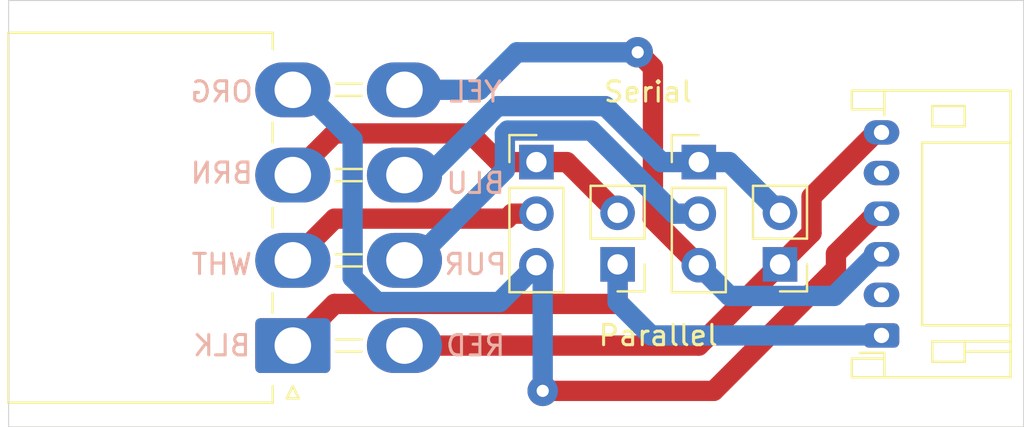
<source format=kicad_pcb>
(kicad_pcb (version 20190605) (host pcbnew "(5.1.0-1558-g0ba0c1724)")

  (general
    (thickness 1.6)
    (drawings 14)
    (tracks 65)
    (modules 6)
    (nets 9)
  )

  (page "A4")
  (layers
    (0 "F.Cu" signal)
    (31 "B.Cu" signal)
    (32 "B.Adhes" user)
    (33 "F.Adhes" user)
    (34 "B.Paste" user)
    (35 "F.Paste" user)
    (36 "B.SilkS" user)
    (37 "F.SilkS" user)
    (38 "B.Mask" user)
    (39 "F.Mask" user)
    (40 "Dwgs.User" user)
    (41 "Cmts.User" user)
    (42 "Eco1.User" user)
    (43 "Eco2.User" user)
    (44 "Edge.Cuts" user)
    (45 "Margin" user)
    (46 "B.CrtYd" user)
    (47 "F.CrtYd" user)
    (48 "B.Fab" user hide)
    (49 "F.Fab" user hide)
  )

  (setup
    (last_trace_width 1)
    (trace_clearance 0.2032)
    (zone_clearance 0.508)
    (zone_45_only no)
    (trace_min 0.1524)
    (via_size 1.5)
    (via_drill 0.6)
    (via_min_size 0.8)
    (via_min_drill 0.4)
    (uvia_size 0.3)
    (uvia_drill 0.1)
    (uvias_allowed no)
    (uvia_min_size 0.2)
    (uvia_min_drill 0.1)
    (max_error 0.005)
    (defaults
      (edge_clearance 0.01)
      (edge_cuts_line_width 0.05)
      (courtyard_line_width 0.05)
      (copper_line_width 0.2)
      (copper_text_dims (size 1.5 1.5) (thickness 0.3) keep_upright)
      (silk_line_width 0.12)
      (silk_text_dims (size 1 1) (thickness 0.15) keep_upright)
      (other_layers_line_width 0.1)
      (other_layers_text_dims (size 1 1) (thickness 0.15) keep_upright)
    )
    (pad_size 1.524 1.524)
    (pad_drill 0.762)
    (pad_to_mask_clearance 0.051)
    (solder_mask_min_width 0.25)
    (aux_axis_origin 0 0)
    (visible_elements FFFFFF7F)
    (pcbplotparams
      (layerselection 0x010fc_ffffffff)
      (usegerberextensions false)
      (usegerberattributes false)
      (usegerberadvancedattributes false)
      (creategerberjobfile false)
      (excludeedgelayer true)
      (linewidth 0.100000)
      (plotframeref false)
      (viasonmask false)
      (mode 1)
      (useauxorigin false)
      (hpglpennumber 1)
      (hpglpenspeed 20)
      (hpglpendiameter 15.000000)
      (psnegative false)
      (psa4output false)
      (plotreference true)
      (plotvalue true)
      (plotinvisibletext false)
      (padsonsilk false)
      (subtractmaskfromsilk false)
      (outputformat 1)
      (mirror false)
      (drillshape 1)
      (scaleselection 1)
      (outputdirectory ""))
  )

  (net 0 "")
  (net 1 "/RED")
  (net 2 "/ORG")
  (net 3 "/YEL")
  (net 4 "/BLK")
  (net 5 "/PUR")
  (net 6 "/BRN")
  (net 7 "/WHT")
  (net 8 "/BLU")

  (net_class "Default" "This is the default net class."
    (clearance 0.2032)
    (trace_width 1)
    (via_dia 1.5)
    (via_drill 0.6)
    (uvia_dia 0.3)
    (uvia_drill 0.1)
    (add_net "/BLK")
    (add_net "/BLU")
    (add_net "/BRN")
    (add_net "/ORG")
    (add_net "/PUR")
    (add_net "/RED")
    (add_net "/WHT")
    (add_net "/YEL")
  )

  (module "Connector_PinHeader_2.54mm:PinHeader_1x02_P2.54mm_Vertical" (layer "F.Cu") (tedit 59FED5CC) (tstamp 5DE48442)
    (at 210.5 122 180)
    (descr "Through hole straight pin header, 1x02, 2.54mm pitch, single row")
    (tags "Through hole pin header THT 1x02 2.54mm single row")
    (path "/5DE43656")
    (fp_text reference "JP4" (at 0 -2.33) (layer "F.SilkS") hide
      (effects (font (size 1 1) (thickness 0.15)))
    )
    (fp_text value "W2b" (at 0 4.87) (layer "F.Fab")
      (effects (font (size 1 1) (thickness 0.15)))
    )
    (fp_text user "%R" (at 0 1.27 90) (layer "F.Fab")
      (effects (font (size 1 1) (thickness 0.15)))
    )
    (fp_line (start 1.8 -1.8) (end -1.8 -1.8) (layer "F.CrtYd") (width 0.05))
    (fp_line (start 1.8 4.35) (end 1.8 -1.8) (layer "F.CrtYd") (width 0.05))
    (fp_line (start -1.8 4.35) (end 1.8 4.35) (layer "F.CrtYd") (width 0.05))
    (fp_line (start -1.8 -1.8) (end -1.8 4.35) (layer "F.CrtYd") (width 0.05))
    (fp_line (start -1.33 -1.33) (end 0 -1.33) (layer "F.SilkS") (width 0.12))
    (fp_line (start -1.33 0) (end -1.33 -1.33) (layer "F.SilkS") (width 0.12))
    (fp_line (start -1.33 1.27) (end 1.33 1.27) (layer "F.SilkS") (width 0.12))
    (fp_line (start 1.33 1.27) (end 1.33 3.87) (layer "F.SilkS") (width 0.12))
    (fp_line (start -1.33 1.27) (end -1.33 3.87) (layer "F.SilkS") (width 0.12))
    (fp_line (start -1.33 3.87) (end 1.33 3.87) (layer "F.SilkS") (width 0.12))
    (fp_line (start -1.27 -0.635) (end -0.635 -1.27) (layer "F.Fab") (width 0.1))
    (fp_line (start -1.27 3.81) (end -1.27 -0.635) (layer "F.Fab") (width 0.1))
    (fp_line (start 1.27 3.81) (end -1.27 3.81) (layer "F.Fab") (width 0.1))
    (fp_line (start 1.27 -1.27) (end 1.27 3.81) (layer "F.Fab") (width 0.1))
    (fp_line (start -0.635 -1.27) (end 1.27 -1.27) (layer "F.Fab") (width 0.1))
    (pad "2" thru_hole oval (at 0 2.54 180) (size 1.7 1.7) (drill 1) (layers *.Cu *.Mask)
      (net 8 "/BLU"))
    (pad "1" thru_hole rect (at 0 0 180) (size 1.7 1.7) (drill 1) (layers *.Cu *.Mask)
      (net 1 "/RED"))
    (model "${KISYS3DMOD}/Connector_PinHeader_2.54mm.3dshapes/PinHeader_1x02_P2.54mm_Vertical.wrl"
      (at (xyz 0 0 0))
      (scale (xyz 1 1 1))
      (rotate (xyz 0 0 0))
    )
  )

  (module "Connector_PinHeader_2.54mm:PinHeader_1x02_P2.54mm_Vertical" (layer "F.Cu") (tedit 59FED5CC) (tstamp 5DE4842B)
    (at 202.5 122 180)
    (descr "Through hole straight pin header, 1x02, 2.54mm pitch, single row")
    (tags "Through hole pin header THT 1x02 2.54mm single row")
    (path "/5DE49B0C")
    (fp_text reference "JP3" (at 0 -2.33) (layer "F.SilkS") hide
      (effects (font (size 1 1) (thickness 0.15)))
    )
    (fp_text value "W1b" (at 0 4.87) (layer "F.Fab")
      (effects (font (size 1 1) (thickness 0.15)))
    )
    (fp_text user "%R" (at 0 1.27 90) (layer "F.Fab")
      (effects (font (size 1 1) (thickness 0.15)))
    )
    (fp_line (start 1.8 -1.8) (end -1.8 -1.8) (layer "F.CrtYd") (width 0.05))
    (fp_line (start 1.8 4.35) (end 1.8 -1.8) (layer "F.CrtYd") (width 0.05))
    (fp_line (start -1.8 4.35) (end 1.8 4.35) (layer "F.CrtYd") (width 0.05))
    (fp_line (start -1.8 -1.8) (end -1.8 4.35) (layer "F.CrtYd") (width 0.05))
    (fp_line (start -1.33 -1.33) (end 0 -1.33) (layer "F.SilkS") (width 0.12))
    (fp_line (start -1.33 0) (end -1.33 -1.33) (layer "F.SilkS") (width 0.12))
    (fp_line (start -1.33 1.27) (end 1.33 1.27) (layer "F.SilkS") (width 0.12))
    (fp_line (start 1.33 1.27) (end 1.33 3.87) (layer "F.SilkS") (width 0.12))
    (fp_line (start -1.33 1.27) (end -1.33 3.87) (layer "F.SilkS") (width 0.12))
    (fp_line (start -1.33 3.87) (end 1.33 3.87) (layer "F.SilkS") (width 0.12))
    (fp_line (start -1.27 -0.635) (end -0.635 -1.27) (layer "F.Fab") (width 0.1))
    (fp_line (start -1.27 3.81) (end -1.27 -0.635) (layer "F.Fab") (width 0.1))
    (fp_line (start 1.27 3.81) (end -1.27 3.81) (layer "F.Fab") (width 0.1))
    (fp_line (start 1.27 -1.27) (end 1.27 3.81) (layer "F.Fab") (width 0.1))
    (fp_line (start -0.635 -1.27) (end 1.27 -1.27) (layer "F.Fab") (width 0.1))
    (pad "2" thru_hole oval (at 0 2.54 180) (size 1.7 1.7) (drill 1) (layers *.Cu *.Mask)
      (net 6 "/BRN"))
    (pad "1" thru_hole rect (at 0 0 180) (size 1.7 1.7) (drill 1) (layers *.Cu *.Mask)
      (net 4 "/BLK"))
    (model "${KISYS3DMOD}/Connector_PinHeader_2.54mm.3dshapes/PinHeader_1x02_P2.54mm_Vertical.wrl"
      (at (xyz 0 0 0))
      (scale (xyz 1 1 1))
      (rotate (xyz 0 0 0))
    )
  )

  (module "Connector_Molex:Molex_Mini-Fit_Jr_5569-08A2_2x04_P4.20mm_Horizontal" (layer "F.Cu") (tedit 5B7818E8) (tstamp 5DE483E6)
    (at 186.5 126 90)
    (descr "Molex Mini-Fit Jr. Power Connectors, old mpn/engineering number: 5569-08A2, example for new mpn: 39-30-0080, 4 Pins per row, Mounting: Snap-in Plastic Peg PCB Lock (http://www.molex.com/pdm_docs/sd/039300020_sd.pdf), generated with kicad-footprint-generator")
    (tags "connector Molex Mini-Fit_Jr top entryplastic_peg")
    (path "/5DE43193")
    (fp_text reference "J2" (at 6.3 -15.1 90) (layer "F.SilkS") hide
      (effects (font (size 1 1) (thickness 0.15)))
    )
    (fp_text value "In" (at 6.3 8.55 90) (layer "F.Fab")
      (effects (font (size 1 1) (thickness 0.15)))
    )
    (fp_text user "%R" (at 6.3 -13.2 90) (layer "F.Fab")
      (effects (font (size 1 1) (thickness 0.15)))
    )
    (fp_line (start 15.8 -14.4) (end -3.2 -14.4) (layer "F.CrtYd") (width 0.05))
    (fp_line (start 15.8 7.85) (end 15.8 -14.4) (layer "F.CrtYd") (width 0.05))
    (fp_line (start -3.2 7.85) (end 15.8 7.85) (layer "F.CrtYd") (width 0.05))
    (fp_line (start -3.2 -14.4) (end -3.2 7.85) (layer "F.CrtYd") (width 0.05))
    (fp_line (start 0 -2.514214) (end 1 -1.1) (layer "F.Fab") (width 0.1))
    (fp_line (start -1 -1.1) (end 0 -2.514214) (layer "F.Fab") (width 0.1))
    (fp_line (start -2.6 -0.3) (end -2 0) (layer "F.SilkS") (width 0.12))
    (fp_line (start -2.6 0.3) (end -2.6 -0.3) (layer "F.SilkS") (width 0.12))
    (fp_line (start -2 0) (end -2.6 0.3) (layer "F.SilkS") (width 0.12))
    (fp_line (start 10.01 -1) (end 10.99 -1) (layer "F.SilkS") (width 0.12))
    (fp_line (start 5.81 -1) (end 6.79 -1) (layer "F.SilkS") (width 0.12))
    (fp_line (start 1.61 -1) (end 2.59 -1) (layer "F.SilkS") (width 0.12))
    (fp_line (start 12.9 2.11) (end 12.9 3.39) (layer "F.SilkS") (width 0.12))
    (fp_line (start 12.3 2.11) (end 12.3 3.39) (layer "F.SilkS") (width 0.12))
    (fp_line (start 8.7 2.11) (end 8.7 3.39) (layer "F.SilkS") (width 0.12))
    (fp_line (start 8.1 2.11) (end 8.1 3.39) (layer "F.SilkS") (width 0.12))
    (fp_line (start 4.5 2.11) (end 4.5 3.39) (layer "F.SilkS") (width 0.12))
    (fp_line (start 3.9 2.11) (end 3.9 3.39) (layer "F.SilkS") (width 0.12))
    (fp_line (start 0.3 2.11) (end 0.3 3.39) (layer "F.SilkS") (width 0.12))
    (fp_line (start -0.3 2.11) (end -0.3 3.39) (layer "F.SilkS") (width 0.12))
    (fp_line (start 15.41 -14.01) (end 6.3 -14.01) (layer "F.SilkS") (width 0.12))
    (fp_line (start 15.41 -0.99) (end 15.41 -14.01) (layer "F.SilkS") (width 0.12))
    (fp_line (start 14.6 -0.99) (end 15.41 -0.99) (layer "F.SilkS") (width 0.12))
    (fp_line (start -2.81 -14.01) (end 6.3 -14.01) (layer "F.SilkS") (width 0.12))
    (fp_line (start -2.81 -0.99) (end -2.81 -14.01) (layer "F.SilkS") (width 0.12))
    (fp_line (start -2 -0.99) (end -2.81 -0.99) (layer "F.SilkS") (width 0.12))
    (fp_line (start 15.3 -13.9) (end -2.7 -13.9) (layer "F.Fab") (width 0.1))
    (fp_line (start 15.3 -1.1) (end 15.3 -13.9) (layer "F.Fab") (width 0.1))
    (fp_line (start -2.7 -1.1) (end 15.3 -1.1) (layer "F.Fab") (width 0.1))
    (fp_line (start -2.7 -13.9) (end -2.7 -1.1) (layer "F.Fab") (width 0.1))
    (pad "" np_thru_hole circle (at 12.6 -7.3 90) (size 3 3) (drill 3) (layers *.Cu *.Mask))
    (pad "" np_thru_hole circle (at 0 -7.3 90) (size 3 3) (drill 3) (layers *.Cu *.Mask))
    (pad "8" thru_hole oval (at 12.6 5.5 90) (size 2.7 3.7) (drill 1.8) (layers *.Cu *.Mask)
      (net 3 "/YEL"))
    (pad "7" thru_hole oval (at 8.4 5.5 90) (size 2.7 3.7) (drill 1.8) (layers *.Cu *.Mask)
      (net 8 "/BLU"))
    (pad "6" thru_hole oval (at 4.2 5.5 90) (size 2.7 3.7) (drill 1.8) (layers *.Cu *.Mask)
      (net 5 "/PUR"))
    (pad "5" thru_hole oval (at 0 5.5 90) (size 2.7 3.7) (drill 1.8) (layers *.Cu *.Mask)
      (net 1 "/RED"))
    (pad "4" thru_hole oval (at 12.6 0 90) (size 2.7 3.7) (drill 1.8) (layers *.Cu *.Mask)
      (net 2 "/ORG"))
    (pad "3" thru_hole oval (at 8.4 0 90) (size 2.7 3.7) (drill 1.8) (layers *.Cu *.Mask)
      (net 6 "/BRN"))
    (pad "2" thru_hole oval (at 4.2 0 90) (size 2.7 3.7) (drill 1.8) (layers *.Cu *.Mask)
      (net 7 "/WHT"))
    (pad "1" thru_hole roundrect (at 0 0 90) (size 2.7 3.7) (drill 1.8) (layers *.Cu *.Mask) (roundrect_rratio 0.09259299999999999)
      (net 4 "/BLK"))
    (model "${KISYS3DMOD}/Connector_Molex.3dshapes/Molex_Mini-Fit_Jr_5569-08A2_2x04_P4.20mm_Horizontal.wrl"
      (at (xyz 0 0 0))
      (scale (xyz 1 1 1))
      (rotate (xyz 0 0 0))
    )
    (model "${KIPRJMOD}/packages3d/Molex2x4.step"
      (offset (xyz 6.25 13.75 0))
      (scale (xyz 1 1 1))
      (rotate (xyz -90 0 180))
    )
  )

  (module "Connector_JST:JST_PH_S6B-PH-K_1x06_P2.00mm_Horizontal" (layer "F.Cu") (tedit 5B7745C6) (tstamp 5DE483B3)
    (at 215.5 125.5 90)
    (descr "JST PH series connector, S6B-PH-K (http://www.jst-mfg.com/product/pdf/eng/ePH.pdf), generated with kicad-footprint-generator")
    (tags "connector JST PH top entry")
    (path "/5DE45C2C")
    (fp_text reference "J1" (at 5 -2.55 90) (layer "F.SilkS") hide
      (effects (font (size 1 1) (thickness 0.15)))
    )
    (fp_text value "Out" (at 5 7.45 90) (layer "F.Fab")
      (effects (font (size 1 1) (thickness 0.15)))
    )
    (fp_line (start -0.86 0.14) (end -1.14 0.14) (layer "F.SilkS") (width 0.12))
    (fp_line (start -1.14 0.14) (end -1.14 -1.46) (layer "F.SilkS") (width 0.12))
    (fp_line (start -1.14 -1.46) (end -2.06 -1.46) (layer "F.SilkS") (width 0.12))
    (fp_line (start -2.06 -1.46) (end -2.06 6.36) (layer "F.SilkS") (width 0.12))
    (fp_line (start -2.06 6.36) (end 12.06 6.36) (layer "F.SilkS") (width 0.12))
    (fp_line (start 12.06 6.36) (end 12.06 -1.46) (layer "F.SilkS") (width 0.12))
    (fp_line (start 12.06 -1.46) (end 11.14 -1.46) (layer "F.SilkS") (width 0.12))
    (fp_line (start 11.14 -1.46) (end 11.14 0.14) (layer "F.SilkS") (width 0.12))
    (fp_line (start 11.14 0.14) (end 10.86 0.14) (layer "F.SilkS") (width 0.12))
    (fp_line (start 0.5 6.36) (end 0.5 2) (layer "F.SilkS") (width 0.12))
    (fp_line (start 0.5 2) (end 9.5 2) (layer "F.SilkS") (width 0.12))
    (fp_line (start 9.5 2) (end 9.5 6.36) (layer "F.SilkS") (width 0.12))
    (fp_line (start -2.06 0.14) (end -1.14 0.14) (layer "F.SilkS") (width 0.12))
    (fp_line (start 12.06 0.14) (end 11.14 0.14) (layer "F.SilkS") (width 0.12))
    (fp_line (start -1.3 2.5) (end -1.3 4.1) (layer "F.SilkS") (width 0.12))
    (fp_line (start -1.3 4.1) (end -0.3 4.1) (layer "F.SilkS") (width 0.12))
    (fp_line (start -0.3 4.1) (end -0.3 2.5) (layer "F.SilkS") (width 0.12))
    (fp_line (start -0.3 2.5) (end -1.3 2.5) (layer "F.SilkS") (width 0.12))
    (fp_line (start 11.3 2.5) (end 11.3 4.1) (layer "F.SilkS") (width 0.12))
    (fp_line (start 11.3 4.1) (end 10.3 4.1) (layer "F.SilkS") (width 0.12))
    (fp_line (start 10.3 4.1) (end 10.3 2.5) (layer "F.SilkS") (width 0.12))
    (fp_line (start 10.3 2.5) (end 11.3 2.5) (layer "F.SilkS") (width 0.12))
    (fp_line (start -0.3 4.1) (end -0.3 6.36) (layer "F.SilkS") (width 0.12))
    (fp_line (start -0.8 4.1) (end -0.8 6.36) (layer "F.SilkS") (width 0.12))
    (fp_line (start -2.45 -1.85) (end -2.45 6.75) (layer "F.CrtYd") (width 0.05))
    (fp_line (start -2.45 6.75) (end 12.45 6.75) (layer "F.CrtYd") (width 0.05))
    (fp_line (start 12.45 6.75) (end 12.45 -1.85) (layer "F.CrtYd") (width 0.05))
    (fp_line (start 12.45 -1.85) (end -2.45 -1.85) (layer "F.CrtYd") (width 0.05))
    (fp_line (start -1.25 0.25) (end -1.25 -1.35) (layer "F.Fab") (width 0.1))
    (fp_line (start -1.25 -1.35) (end -1.95 -1.35) (layer "F.Fab") (width 0.1))
    (fp_line (start -1.95 -1.35) (end -1.95 6.25) (layer "F.Fab") (width 0.1))
    (fp_line (start -1.95 6.25) (end 11.95 6.25) (layer "F.Fab") (width 0.1))
    (fp_line (start 11.95 6.25) (end 11.95 -1.35) (layer "F.Fab") (width 0.1))
    (fp_line (start 11.95 -1.35) (end 11.25 -1.35) (layer "F.Fab") (width 0.1))
    (fp_line (start 11.25 -1.35) (end 11.25 0.25) (layer "F.Fab") (width 0.1))
    (fp_line (start 11.25 0.25) (end -1.25 0.25) (layer "F.Fab") (width 0.1))
    (fp_line (start -0.86 0.14) (end -0.86 -1.075) (layer "F.SilkS") (width 0.12))
    (fp_line (start 0 0.875) (end -0.5 1.375) (layer "F.Fab") (width 0.1))
    (fp_line (start -0.5 1.375) (end 0.5 1.375) (layer "F.Fab") (width 0.1))
    (fp_line (start 0.5 1.375) (end 0 0.875) (layer "F.Fab") (width 0.1))
    (fp_text user "%R" (at 5 2.5 90) (layer "F.Fab")
      (effects (font (size 1 1) (thickness 0.15)))
    )
    (pad "6" thru_hole oval (at 10 0 90) (size 1.2 1.75) (drill 0.75) (layers *.Cu *.Mask)
      (net 1 "/RED"))
    (pad "5" thru_hole oval (at 8 0 90) (size 1.2 1.75) (drill 0.75) (layers *.Cu *.Mask))
    (pad "4" thru_hole oval (at 6 0 90) (size 1.2 1.75) (drill 0.75) (layers *.Cu *.Mask)
      (net 2 "/ORG"))
    (pad "3" thru_hole oval (at 4 0 90) (size 1.2 1.75) (drill 0.75) (layers *.Cu *.Mask)
      (net 3 "/YEL"))
    (pad "2" thru_hole oval (at 2 0 90) (size 1.2 1.75) (drill 0.75) (layers *.Cu *.Mask))
    (pad "1" thru_hole roundrect (at 0 0 90) (size 1.2 1.75) (drill 0.75) (layers *.Cu *.Mask) (roundrect_rratio 0.208333)
      (net 4 "/BLK"))
    (model "${KISYS3DMOD}/Connector_JST.3dshapes/JST_PH_S6B-PH-K_1x06_P2.00mm_Horizontal.wrl"
      (at (xyz 0 0 0))
      (scale (xyz 1 1 1))
      (rotate (xyz 0 0 0))
    )
  )

  (module "Connector_PinHeader_2.54mm:PinHeader_1x03_P2.54mm_Vertical" (layer "F.Cu") (tedit 59FED5CC) (tstamp 5DE48414)
    (at 206.5 116.96)
    (descr "Through hole straight pin header, 1x03, 2.54mm pitch, single row")
    (tags "Through hole pin header THT 1x03 2.54mm single row")
    (path "/5DE43657")
    (fp_text reference "JP2" (at 0 -2.33) (layer "F.SilkS") hide
      (effects (font (size 1 1) (thickness 0.15)))
    )
    (fp_text value "W2a" (at 0 7.41) (layer "F.Fab")
      (effects (font (size 1 1) (thickness 0.15)))
    )
    (fp_text user "%R" (at 0 2.54 90) (layer "F.Fab")
      (effects (font (size 1 1) (thickness 0.15)))
    )
    (fp_line (start 1.8 -1.8) (end -1.8 -1.8) (layer "F.CrtYd") (width 0.05))
    (fp_line (start 1.8 6.85) (end 1.8 -1.8) (layer "F.CrtYd") (width 0.05))
    (fp_line (start -1.8 6.85) (end 1.8 6.85) (layer "F.CrtYd") (width 0.05))
    (fp_line (start -1.8 -1.8) (end -1.8 6.85) (layer "F.CrtYd") (width 0.05))
    (fp_line (start -1.33 -1.33) (end 0 -1.33) (layer "F.SilkS") (width 0.12))
    (fp_line (start -1.33 0) (end -1.33 -1.33) (layer "F.SilkS") (width 0.12))
    (fp_line (start -1.33 1.27) (end 1.33 1.27) (layer "F.SilkS") (width 0.12))
    (fp_line (start 1.33 1.27) (end 1.33 6.41) (layer "F.SilkS") (width 0.12))
    (fp_line (start -1.33 1.27) (end -1.33 6.41) (layer "F.SilkS") (width 0.12))
    (fp_line (start -1.33 6.41) (end 1.33 6.41) (layer "F.SilkS") (width 0.12))
    (fp_line (start -1.27 -0.635) (end -0.635 -1.27) (layer "F.Fab") (width 0.1))
    (fp_line (start -1.27 6.35) (end -1.27 -0.635) (layer "F.Fab") (width 0.1))
    (fp_line (start 1.27 6.35) (end -1.27 6.35) (layer "F.Fab") (width 0.1))
    (fp_line (start 1.27 -1.27) (end 1.27 6.35) (layer "F.Fab") (width 0.1))
    (fp_line (start -0.635 -1.27) (end 1.27 -1.27) (layer "F.Fab") (width 0.1))
    (pad "3" thru_hole oval (at 0 5.08) (size 1.7 1.7) (drill 1) (layers *.Cu *.Mask)
      (net 3 "/YEL"))
    (pad "2" thru_hole oval (at 0 2.54) (size 1.7 1.7) (drill 1) (layers *.Cu *.Mask)
      (net 5 "/PUR"))
    (pad "1" thru_hole rect (at 0 0) (size 1.7 1.7) (drill 1) (layers *.Cu *.Mask)
      (net 8 "/BLU"))
    (model "${KISYS3DMOD}/Connector_PinHeader_2.54mm.3dshapes/PinHeader_1x03_P2.54mm_Vertical.wrl"
      (at (xyz 0 0 0))
      (scale (xyz 1 1 1))
      (rotate (xyz 0 0 0))
    )
  )

  (module "Connector_PinHeader_2.54mm:PinHeader_1x03_P2.54mm_Vertical" (layer "F.Cu") (tedit 59FED5CC) (tstamp 5DE483FD)
    (at 198.5 116.96)
    (descr "Through hole straight pin header, 1x03, 2.54mm pitch, single row")
    (tags "Through hole pin header THT 1x03 2.54mm single row")
    (path "/5DE486A6")
    (fp_text reference "JP1" (at 0 -2.33) (layer "F.SilkS") hide
      (effects (font (size 1 1) (thickness 0.15)))
    )
    (fp_text value "W1a" (at 0 7.41) (layer "F.Fab")
      (effects (font (size 1 1) (thickness 0.15)))
    )
    (fp_text user "%R" (at 0 2.54 90) (layer "F.Fab")
      (effects (font (size 1 1) (thickness 0.15)))
    )
    (fp_line (start 1.8 -1.8) (end -1.8 -1.8) (layer "F.CrtYd") (width 0.05))
    (fp_line (start 1.8 6.85) (end 1.8 -1.8) (layer "F.CrtYd") (width 0.05))
    (fp_line (start -1.8 6.85) (end 1.8 6.85) (layer "F.CrtYd") (width 0.05))
    (fp_line (start -1.8 -1.8) (end -1.8 6.85) (layer "F.CrtYd") (width 0.05))
    (fp_line (start -1.33 -1.33) (end 0 -1.33) (layer "F.SilkS") (width 0.12))
    (fp_line (start -1.33 0) (end -1.33 -1.33) (layer "F.SilkS") (width 0.12))
    (fp_line (start -1.33 1.27) (end 1.33 1.27) (layer "F.SilkS") (width 0.12))
    (fp_line (start 1.33 1.27) (end 1.33 6.41) (layer "F.SilkS") (width 0.12))
    (fp_line (start -1.33 1.27) (end -1.33 6.41) (layer "F.SilkS") (width 0.12))
    (fp_line (start -1.33 6.41) (end 1.33 6.41) (layer "F.SilkS") (width 0.12))
    (fp_line (start -1.27 -0.635) (end -0.635 -1.27) (layer "F.Fab") (width 0.1))
    (fp_line (start -1.27 6.35) (end -1.27 -0.635) (layer "F.Fab") (width 0.1))
    (fp_line (start 1.27 6.35) (end -1.27 6.35) (layer "F.Fab") (width 0.1))
    (fp_line (start 1.27 -1.27) (end 1.27 6.35) (layer "F.Fab") (width 0.1))
    (fp_line (start -0.635 -1.27) (end 1.27 -1.27) (layer "F.Fab") (width 0.1))
    (pad "3" thru_hole oval (at 0 5.08) (size 1.7 1.7) (drill 1) (layers *.Cu *.Mask)
      (net 2 "/ORG"))
    (pad "2" thru_hole oval (at 0 2.54) (size 1.7 1.7) (drill 1) (layers *.Cu *.Mask)
      (net 7 "/WHT"))
    (pad "1" thru_hole rect (at 0 0) (size 1.7 1.7) (drill 1) (layers *.Cu *.Mask)
      (net 6 "/BRN"))
    (model "${KISYS3DMOD}/Connector_PinHeader_2.54mm.3dshapes/PinHeader_1x03_P2.54mm_Vertical.wrl"
      (at (xyz 0 0 0))
      (scale (xyz 1 1 1))
      (rotate (xyz 0 0 0))
    )
  )

  (gr_text "BLK" (at 183 126) (layer "B.SilkS")
    (effects (font (size 1 1) (thickness 0.15)) (justify mirror))
  )
  (gr_text "WHT" (at 183 122) (layer "B.SilkS")
    (effects (font (size 1 1) (thickness 0.15)) (justify mirror))
  )
  (gr_text "BRN" (at 183 117.5) (layer "B.SilkS")
    (effects (font (size 1 1) (thickness 0.15)) (justify mirror))
  )
  (gr_text "ORG" (at 183 113.5) (layer "B.SilkS")
    (effects (font (size 1 1) (thickness 0.15)) (justify mirror))
  )
  (gr_text "RED" (at 195.5 126) (layer "B.SilkS")
    (effects (font (size 1 1) (thickness 0.15)) (justify mirror))
  )
  (gr_text "PUR" (at 195.5 122) (layer "B.SilkS")
    (effects (font (size 1 1) (thickness 0.15)) (justify mirror))
  )
  (gr_text "BLU" (at 195.5 118) (layer "B.SilkS")
    (effects (font (size 1 1) (thickness 0.15)) (justify mirror))
  )
  (gr_text "YEL" (at 195.5 113.5) (layer "B.SilkS")
    (effects (font (size 1 1) (thickness 0.15)) (justify mirror))
  )
  (gr_text "Parallel" (at 204.5 125.5) (layer "F.SilkS")
    (effects (font (size 1 1) (thickness 0.15)))
  )
  (gr_text "Serial" (at 204 113.5) (layer "F.SilkS")
    (effects (font (size 1 1) (thickness 0.15)))
  )
  (gr_line (start 172.5 130) (end 172.5 109) (layer "Edge.Cuts") (width 0.05))
  (gr_line (start 222.5 130) (end 172.5 130) (layer "Edge.Cuts") (width 0.05))
  (gr_line (start 222.5 109) (end 222.5 130) (layer "Edge.Cuts") (width 0.05))
  (gr_line (start 172.5 109) (end 222.5 109) (layer "Edge.Cuts") (width 0.05))

  (segment (start 197.297919 119.5) (end 198.5 119.5) (width 1) (layer "F.Cu") (net 7))
  (segment (start 197.051129 119.74679) (end 197.297919 119.5) (width 1) (layer "F.Cu") (net 7))
  (segment (start 188.55321 119.74679) (end 197.051129 119.74679) (width 1) (layer "F.Cu") (net 7))
  (segment (start 186.5 121.8) (end 188.55321 119.74679) (width 1) (layer "F.Cu") (net 7))
  (segment (start 196.65 116.96) (end 198.5 116.96) (width 1) (layer "F.Cu") (net 6))
  (segment (start 195.23679 115.54679) (end 196.65 116.96) (width 1) (layer "F.Cu") (net 6))
  (segment (start 188.55321 115.54679) (end 195.23679 115.54679) (width 1) (layer "F.Cu") (net 6))
  (segment (start 186.5 117.6) (end 188.55321 115.54679) (width 1) (layer "F.Cu") (net 6))
  (segment (start 200 116.96) (end 202.5 119.46) (width 1) (layer "F.Cu") (net 6))
  (segment (start 198.5 116.96) (end 200 116.96) (width 1) (layer "F.Cu") (net 6))
  (segment (start 202.5 123.85) (end 202.5 122) (width 1) (layer "F.Cu") (net 4))
  (segment (start 202.40321 123.94679) (end 202.5 123.85) (width 1) (layer "F.Cu") (net 4))
  (segment (start 188.55321 123.94679) (end 202.40321 123.94679) (width 1) (layer "F.Cu") (net 4))
  (segment (start 186.5 126) (end 188.55321 123.94679) (width 1) (layer "F.Cu") (net 4))
  (segment (start 196.68679 123.85321) (end 197.650001 122.889999) (width 1) (layer "B.Cu") (net 2))
  (segment (start 190.649533 123.85321) (end 196.68679 123.85321) (width 1) (layer "B.Cu") (net 2))
  (segment (start 197.650001 122.889999) (end 198.5 122.04) (width 1) (layer "B.Cu") (net 2))
  (segment (start 189.44679 122.650467) (end 190.649533 123.85321) (width 1) (layer "B.Cu") (net 2))
  (segment (start 189.44679 115.846791) (end 189.44679 122.650467) (width 1) (layer "B.Cu") (net 2))
  (segment (start 187 113.4) (end 189.44679 115.846791) (width 1) (layer "B.Cu") (net 2))
  (segment (start 186.5 113.4) (end 187 113.4) (width 1) (layer "B.Cu") (net 2))
  (segment (start 205.297919 119.5) (end 206.5 119.5) (width 1) (layer "B.Cu") (net 5))
  (segment (start 201.204718 115.406799) (end 205.297919 119.5) (width 1) (layer "B.Cu") (net 5))
  (segment (start 197.087439 115.406799) (end 201.204718 115.406799) (width 1) (layer "B.Cu") (net 5))
  (segment (start 196.946799 115.547439) (end 197.087439 115.406799) (width 1) (layer "B.Cu") (net 5))
  (segment (start 196.946799 117.353201) (end 196.946799 115.547439) (width 1) (layer "B.Cu") (net 5))
  (segment (start 192.5 121.8) (end 196.946799 117.353201) (width 1) (layer "B.Cu") (net 5))
  (segment (start 192 121.8) (end 192.5 121.8) (width 1) (layer "B.Cu") (net 5))
  (segment (start 204.65 116.96) (end 206.5 116.96) (width 1) (layer "B.Cu") (net 8))
  (segment (start 201.893588 114.203588) (end 204.65 116.96) (width 1) (layer "B.Cu") (net 8))
  (segment (start 196.589053 114.203588) (end 201.893588 114.203588) (width 1) (layer "B.Cu") (net 8))
  (segment (start 193.192641 117.6) (end 196.589053 114.203588) (width 1) (layer "B.Cu") (net 8))
  (segment (start 192 117.6) (end 193.192641 117.6) (width 1) (layer "B.Cu") (net 8))
  (segment (start 208 116.96) (end 210.5 119.46) (width 1) (layer "B.Cu") (net 8))
  (segment (start 206.5 116.96) (end 208 116.96) (width 1) (layer "B.Cu") (net 8))
  (segment (start 197.541044 111.55) (end 203.49 111.55) (width 1) (layer "B.Cu") (net 3))
  (via (at 203.49 111.55) (size 1.5) (drill 0.6) (layers "F.Cu" "B.Cu") (net 3))
  (segment (start 192 113.4) (end 195.691044 113.4) (width 1) (layer "B.Cu") (net 3))
  (segment (start 195.691044 113.4) (end 197.541044 111.55) (width 1) (layer "B.Cu") (net 3))
  (segment (start 205.650001 121.190001) (end 206.5 122.04) (width 1) (layer "F.Cu") (net 3))
  (segment (start 204.239999 119.779999) (end 205.650001 121.190001) (width 1) (layer "F.Cu") (net 3))
  (segment (start 204.239999 112.299999) (end 204.239999 119.779999) (width 1) (layer "F.Cu") (net 3))
  (segment (start 203.49 111.55) (end 204.239999 112.299999) (width 1) (layer "F.Cu") (net 3))
  (segment (start 215.225 115.5) (end 215.5 115.5) (width 1) (layer "F.Cu") (net 1))
  (segment (start 212.053201 118.671799) (end 215.225 115.5) (width 1) (layer "F.Cu") (net 1))
  (segment (start 212.053201 120.446799) (end 212.053201 118.671799) (width 1) (layer "F.Cu") (net 1))
  (segment (start 210.5 122) (end 212.053201 120.446799) (width 1) (layer "F.Cu") (net 1))
  (segment (start 202.5 123.85) (end 202.5 122) (width 1) (layer "B.Cu") (net 4))
  (segment (start 204.15 125.5) (end 202.5 123.85) (width 1) (layer "B.Cu") (net 4))
  (segment (start 215.5 125.5) (end 204.15 125.5) (width 1) (layer "B.Cu") (net 4))
  (segment (start 207.349999 122.889999) (end 206.5 122.04) (width 1) (layer "B.Cu") (net 3))
  (segment (start 215.225 121.5) (end 213.171799 123.553201) (width 1) (layer "B.Cu") (net 3))
  (segment (start 208.013201 123.553201) (end 207.349999 122.889999) (width 1) (layer "B.Cu") (net 3))
  (segment (start 213.171799 123.553201) (end 208.013201 123.553201) (width 1) (layer "B.Cu") (net 3))
  (segment (start 215.5 121.5) (end 215.225 121.5) (width 1) (layer "B.Cu") (net 3))
  (via (at 198.81 128.23) (size 1.5) (drill 0.6) (layers "F.Cu" "B.Cu") (net 2))
  (segment (start 213.256412 122.20935) (end 207.235762 128.23) (width 1) (layer "F.Cu") (net 2))
  (segment (start 192 126) (end 206.5 126) (width 1) (layer "F.Cu") (net 1))
  (segment (start 206.5 126) (end 210.5 122) (width 1) (layer "F.Cu") (net 1))
  (segment (start 215.5 119.5) (end 215.225 119.5) (width 1) (layer "F.Cu") (net 2))
  (segment (start 207.235762 128.23) (end 198.81 128.23) (width 1) (layer "F.Cu") (net 2))
  (segment (start 215.225 119.5) (end 213.256412 121.468588) (width 1) (layer "F.Cu") (net 2))
  (segment (start 213.256412 121.468588) (end 213.256412 122.20935) (width 1) (layer "F.Cu") (net 2))
  (segment (start 198.81 122.35) (end 198.5 122.04) (width 1) (layer "B.Cu") (net 2))
  (segment (start 198.81 128.23) (end 198.81 122.35) (width 1) (layer "B.Cu") (net 2))

)

</source>
